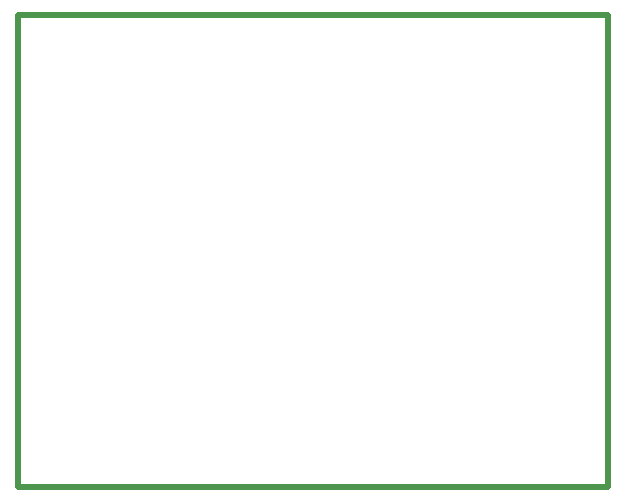
<source format=gko>
G04 Layer_Color=16711935*
%FSLAX24Y24*%
%MOIN*%
G70*
G01*
G75*
%ADD23C,0.0197*%
D23*
X29528Y31496D02*
X49213D01*
Y15748D02*
Y31496D01*
X29528Y15748D02*
X49213D01*
X29528D02*
Y31496D01*
M02*

</source>
